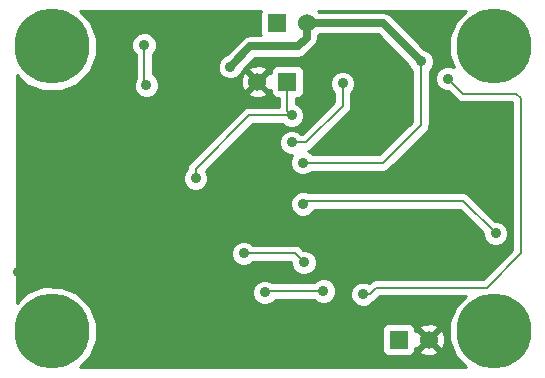
<source format=gbl>
G04 (created by PCBNEW-RS274X (2012-01-19 BZR 3256)-stable) date 12/6/2012 2:32:02 PM*
G01*
G70*
G90*
%MOIN*%
G04 Gerber Fmt 3.4, Leading zero omitted, Abs format*
%FSLAX34Y34*%
G04 APERTURE LIST*
%ADD10C,0.006000*%
%ADD11C,0.250000*%
%ADD12R,0.060000X0.060000*%
%ADD13C,0.060000*%
%ADD14C,0.035000*%
%ADD15C,0.008000*%
%ADD16C,0.025000*%
%ADD17C,0.010000*%
G04 APERTURE END LIST*
G54D10*
G54D11*
X73250Y-43500D03*
X73250Y-34000D03*
X58500Y-43500D03*
X58500Y-34000D03*
G54D12*
X66000Y-33225D03*
G54D13*
X67000Y-33225D03*
G54D12*
X66350Y-35170D03*
G54D13*
X65350Y-35170D03*
G54D12*
X70060Y-43770D03*
G54D13*
X71060Y-43770D03*
G54D14*
X73290Y-40230D03*
X66866Y-39249D03*
X67550Y-42150D03*
X65600Y-42200D03*
X66900Y-41200D03*
X64900Y-40900D03*
X68880Y-42260D03*
X66500Y-37200D03*
X68190Y-35230D03*
X71700Y-35070D03*
X66490Y-36300D03*
X63290Y-38390D03*
X61580Y-33950D03*
X61650Y-35290D03*
X66870Y-37870D03*
X70800Y-34500D03*
X64450Y-34670D03*
X63650Y-33300D03*
X58130Y-38760D03*
X65010Y-37650D03*
X62125Y-35672D03*
X66850Y-40480D03*
X69750Y-42600D03*
X59200Y-35750D03*
X73224Y-40821D03*
X58000Y-36000D03*
X57380Y-41510D03*
X62300Y-38900D03*
X57510Y-39290D03*
X67300Y-43350D03*
X62640Y-36330D03*
X63450Y-40900D03*
X72970Y-36670D03*
X68600Y-37300D03*
X68575Y-34325D03*
X59840Y-44510D03*
G54D15*
X72210Y-39150D02*
X73290Y-40230D01*
X66866Y-39249D02*
X66965Y-39150D01*
X66965Y-39150D02*
X72210Y-39150D01*
X65600Y-42200D02*
X65650Y-42150D01*
X65650Y-42150D02*
X67550Y-42150D01*
X66600Y-40900D02*
X64900Y-40900D01*
X66900Y-41200D02*
X66600Y-40900D01*
X73000Y-42040D02*
X69320Y-42040D01*
X69100Y-42260D02*
X68880Y-42260D01*
X69320Y-42040D02*
X69100Y-42260D01*
X71700Y-35070D02*
X72200Y-35570D01*
X74140Y-40900D02*
X73000Y-42040D01*
X74140Y-35730D02*
X74140Y-40900D01*
X73980Y-35570D02*
X74140Y-35730D01*
X72200Y-35570D02*
X73980Y-35570D01*
X66500Y-37200D02*
X66960Y-37200D01*
X66960Y-37200D02*
X68190Y-35970D01*
X68190Y-35970D02*
X68190Y-35230D01*
X66490Y-36300D02*
X66350Y-36160D01*
X63290Y-38080D02*
X65070Y-36300D01*
X66350Y-36160D02*
X66350Y-35170D01*
X63290Y-38390D02*
X63290Y-38080D01*
X65070Y-36300D02*
X66490Y-36300D01*
X61650Y-35290D02*
X61580Y-35220D01*
X61580Y-35220D02*
X61580Y-33950D01*
G54D16*
X66990Y-33710D02*
X66990Y-33235D01*
X66700Y-34000D02*
X66990Y-33710D01*
G54D15*
X66870Y-37870D02*
X66890Y-37890D01*
G54D16*
X69525Y-33225D02*
X70800Y-34500D01*
X66990Y-33235D02*
X67000Y-33225D01*
G54D15*
X70800Y-36630D02*
X70800Y-34500D01*
X66890Y-37890D02*
X69540Y-37890D01*
X69540Y-37890D02*
X70800Y-36630D01*
G54D16*
X64450Y-34670D02*
X65120Y-34000D01*
X65120Y-34000D02*
X66700Y-34000D01*
X67000Y-33225D02*
X69525Y-33225D01*
G54D15*
X73224Y-40821D02*
X73225Y-40821D01*
G54D10*
G36*
X73850Y-40780D02*
X73715Y-40915D01*
X73715Y-40315D01*
X73715Y-40146D01*
X73651Y-39990D01*
X73531Y-39870D01*
X73375Y-39805D01*
X73275Y-39805D01*
X72415Y-38945D01*
X72321Y-38882D01*
X72210Y-38860D01*
X67037Y-38860D01*
X66951Y-38824D01*
X66782Y-38824D01*
X66626Y-38888D01*
X66506Y-39008D01*
X66441Y-39164D01*
X66441Y-39333D01*
X66505Y-39489D01*
X66625Y-39609D01*
X66781Y-39674D01*
X66950Y-39674D01*
X67106Y-39610D01*
X67226Y-39490D01*
X67246Y-39440D01*
X72090Y-39440D01*
X72865Y-40215D01*
X72865Y-40314D01*
X72929Y-40470D01*
X73049Y-40590D01*
X73205Y-40655D01*
X73374Y-40655D01*
X73530Y-40591D01*
X73650Y-40471D01*
X73715Y-40315D01*
X73715Y-40915D01*
X72880Y-41750D01*
X69320Y-41750D01*
X69209Y-41772D01*
X69115Y-41835D01*
X69070Y-41879D01*
X68965Y-41835D01*
X68796Y-41835D01*
X68640Y-41899D01*
X68520Y-42019D01*
X68455Y-42175D01*
X68455Y-42344D01*
X68519Y-42500D01*
X68639Y-42620D01*
X68795Y-42685D01*
X68964Y-42685D01*
X69120Y-42621D01*
X69217Y-42523D01*
X69305Y-42465D01*
X69440Y-42330D01*
X72299Y-42330D01*
X71979Y-42649D01*
X71751Y-43200D01*
X71750Y-43797D01*
X71978Y-44348D01*
X72303Y-44675D01*
X71603Y-44675D01*
X71603Y-43849D01*
X71592Y-43636D01*
X71532Y-43489D01*
X71438Y-43462D01*
X71368Y-43532D01*
X71368Y-43392D01*
X71341Y-43298D01*
X71139Y-43227D01*
X70926Y-43238D01*
X70779Y-43298D01*
X70752Y-43392D01*
X71060Y-43699D01*
X71368Y-43392D01*
X71368Y-43532D01*
X71131Y-43770D01*
X71438Y-44078D01*
X71532Y-44051D01*
X71603Y-43849D01*
X71603Y-44675D01*
X71368Y-44675D01*
X71368Y-44148D01*
X71060Y-43841D01*
X70989Y-43911D01*
X70989Y-43770D01*
X70682Y-43462D01*
X70609Y-43482D01*
X70609Y-43421D01*
X70571Y-43329D01*
X70501Y-43259D01*
X70410Y-43221D01*
X70311Y-43221D01*
X69711Y-43221D01*
X69619Y-43259D01*
X69549Y-43329D01*
X69511Y-43420D01*
X69511Y-43519D01*
X69511Y-44119D01*
X69549Y-44211D01*
X69619Y-44281D01*
X69710Y-44319D01*
X69809Y-44319D01*
X70409Y-44319D01*
X70501Y-44281D01*
X70571Y-44211D01*
X70609Y-44120D01*
X70609Y-44057D01*
X70682Y-44078D01*
X70989Y-43770D01*
X70989Y-43911D01*
X70752Y-44148D01*
X70779Y-44242D01*
X70981Y-44313D01*
X71194Y-44302D01*
X71341Y-44242D01*
X71368Y-44148D01*
X71368Y-44675D01*
X67975Y-44675D01*
X67975Y-42235D01*
X67975Y-42066D01*
X67911Y-41910D01*
X67791Y-41790D01*
X67635Y-41725D01*
X67466Y-41725D01*
X67325Y-41782D01*
X67325Y-41285D01*
X67325Y-41116D01*
X67261Y-40960D01*
X67141Y-40840D01*
X66985Y-40775D01*
X66885Y-40775D01*
X66805Y-40695D01*
X66711Y-40632D01*
X66600Y-40610D01*
X65211Y-40610D01*
X65141Y-40540D01*
X64985Y-40475D01*
X64816Y-40475D01*
X64660Y-40539D01*
X64540Y-40659D01*
X64475Y-40815D01*
X64475Y-40984D01*
X64539Y-41140D01*
X64659Y-41260D01*
X64815Y-41325D01*
X64984Y-41325D01*
X65140Y-41261D01*
X65211Y-41190D01*
X66475Y-41190D01*
X66475Y-41284D01*
X66539Y-41440D01*
X66659Y-41560D01*
X66815Y-41625D01*
X66984Y-41625D01*
X67140Y-41561D01*
X67260Y-41441D01*
X67325Y-41285D01*
X67325Y-41782D01*
X67310Y-41789D01*
X67239Y-41860D01*
X65861Y-41860D01*
X65841Y-41840D01*
X65685Y-41775D01*
X65516Y-41775D01*
X65360Y-41839D01*
X65240Y-41959D01*
X65175Y-42115D01*
X65175Y-42284D01*
X65239Y-42440D01*
X65359Y-42560D01*
X65515Y-42625D01*
X65684Y-42625D01*
X65840Y-42561D01*
X65960Y-42441D01*
X65960Y-42440D01*
X67239Y-42440D01*
X67309Y-42510D01*
X67465Y-42575D01*
X67634Y-42575D01*
X67790Y-42511D01*
X67910Y-42391D01*
X67975Y-42235D01*
X67975Y-44675D01*
X62075Y-44675D01*
X62075Y-35375D01*
X62075Y-35206D01*
X62011Y-35050D01*
X61891Y-34930D01*
X61870Y-34921D01*
X61870Y-34261D01*
X61940Y-34191D01*
X62005Y-34035D01*
X62005Y-33866D01*
X61941Y-33710D01*
X61821Y-33590D01*
X61665Y-33525D01*
X61496Y-33525D01*
X61340Y-33589D01*
X61220Y-33709D01*
X61155Y-33865D01*
X61155Y-34034D01*
X61219Y-34190D01*
X61290Y-34261D01*
X61290Y-35049D01*
X61225Y-35205D01*
X61225Y-35374D01*
X61289Y-35530D01*
X61409Y-35650D01*
X61565Y-35715D01*
X61734Y-35715D01*
X61890Y-35651D01*
X62010Y-35531D01*
X62075Y-35375D01*
X62075Y-44675D01*
X59445Y-44675D01*
X59771Y-44351D01*
X59999Y-43800D01*
X60000Y-43203D01*
X59772Y-42652D01*
X59351Y-42229D01*
X58800Y-42001D01*
X58203Y-42000D01*
X57652Y-42228D01*
X57325Y-42553D01*
X57325Y-34945D01*
X57649Y-35271D01*
X58200Y-35499D01*
X58797Y-35500D01*
X59348Y-35272D01*
X59771Y-34851D01*
X59999Y-34300D01*
X60000Y-33703D01*
X59772Y-33152D01*
X59446Y-32825D01*
X65471Y-32825D01*
X65451Y-32875D01*
X65451Y-32974D01*
X65451Y-33574D01*
X65472Y-33625D01*
X65120Y-33625D01*
X64976Y-33654D01*
X64915Y-33694D01*
X64854Y-33735D01*
X64330Y-34259D01*
X64210Y-34309D01*
X64090Y-34429D01*
X64025Y-34585D01*
X64025Y-34754D01*
X64089Y-34910D01*
X64209Y-35030D01*
X64365Y-35095D01*
X64534Y-35095D01*
X64690Y-35031D01*
X64810Y-34911D01*
X64860Y-34789D01*
X65275Y-34375D01*
X66700Y-34375D01*
X66843Y-34346D01*
X66844Y-34346D01*
X66965Y-34265D01*
X67255Y-33975D01*
X67336Y-33854D01*
X67336Y-33853D01*
X67365Y-33710D01*
X67365Y-33636D01*
X67401Y-33600D01*
X69370Y-33600D01*
X70389Y-34619D01*
X70439Y-34740D01*
X70510Y-34811D01*
X70510Y-36510D01*
X69420Y-37600D01*
X67201Y-37600D01*
X67111Y-37510D01*
X67029Y-37476D01*
X67071Y-37468D01*
X67165Y-37405D01*
X68395Y-36175D01*
X68458Y-36081D01*
X68480Y-35970D01*
X68480Y-35541D01*
X68550Y-35471D01*
X68615Y-35315D01*
X68615Y-35146D01*
X68551Y-34990D01*
X68431Y-34870D01*
X68275Y-34805D01*
X68106Y-34805D01*
X67950Y-34869D01*
X67830Y-34989D01*
X67765Y-35145D01*
X67765Y-35314D01*
X67829Y-35470D01*
X67900Y-35541D01*
X67900Y-35850D01*
X66915Y-36835D01*
X66915Y-36385D01*
X66915Y-36216D01*
X66851Y-36060D01*
X66731Y-35940D01*
X66640Y-35902D01*
X66640Y-35719D01*
X66699Y-35719D01*
X66791Y-35681D01*
X66861Y-35611D01*
X66899Y-35520D01*
X66899Y-35421D01*
X66899Y-34821D01*
X66861Y-34729D01*
X66791Y-34659D01*
X66700Y-34621D01*
X66601Y-34621D01*
X66001Y-34621D01*
X65909Y-34659D01*
X65839Y-34729D01*
X65801Y-34820D01*
X65801Y-34882D01*
X65728Y-34862D01*
X65658Y-34932D01*
X65658Y-34792D01*
X65631Y-34698D01*
X65429Y-34627D01*
X65216Y-34638D01*
X65069Y-34698D01*
X65042Y-34792D01*
X65350Y-35099D01*
X65658Y-34792D01*
X65658Y-34932D01*
X65421Y-35170D01*
X65728Y-35478D01*
X65801Y-35457D01*
X65801Y-35519D01*
X65839Y-35611D01*
X65909Y-35681D01*
X66000Y-35719D01*
X66060Y-35719D01*
X66060Y-36010D01*
X65658Y-36010D01*
X65658Y-35548D01*
X65350Y-35241D01*
X65279Y-35311D01*
X65279Y-35170D01*
X64972Y-34862D01*
X64878Y-34889D01*
X64807Y-35091D01*
X64818Y-35304D01*
X64878Y-35451D01*
X64972Y-35478D01*
X65279Y-35170D01*
X65279Y-35311D01*
X65042Y-35548D01*
X65069Y-35642D01*
X65271Y-35713D01*
X65484Y-35702D01*
X65631Y-35642D01*
X65658Y-35548D01*
X65658Y-36010D01*
X65070Y-36010D01*
X64959Y-36032D01*
X64865Y-36095D01*
X63085Y-37875D01*
X63022Y-37969D01*
X63000Y-38078D01*
X62930Y-38149D01*
X62865Y-38305D01*
X62865Y-38474D01*
X62929Y-38630D01*
X63049Y-38750D01*
X63205Y-38815D01*
X63374Y-38815D01*
X63530Y-38751D01*
X63650Y-38631D01*
X63715Y-38475D01*
X63715Y-38306D01*
X63651Y-38150D01*
X63640Y-38139D01*
X65190Y-36590D01*
X66179Y-36590D01*
X66249Y-36660D01*
X66405Y-36725D01*
X66574Y-36725D01*
X66730Y-36661D01*
X66850Y-36541D01*
X66915Y-36385D01*
X66915Y-36835D01*
X66840Y-36910D01*
X66811Y-36910D01*
X66741Y-36840D01*
X66585Y-36775D01*
X66416Y-36775D01*
X66260Y-36839D01*
X66140Y-36959D01*
X66075Y-37115D01*
X66075Y-37284D01*
X66139Y-37440D01*
X66259Y-37560D01*
X66415Y-37625D01*
X66514Y-37625D01*
X66510Y-37629D01*
X66445Y-37785D01*
X66445Y-37954D01*
X66509Y-38110D01*
X66629Y-38230D01*
X66785Y-38295D01*
X66954Y-38295D01*
X67110Y-38231D01*
X67161Y-38180D01*
X69540Y-38180D01*
X69651Y-38158D01*
X69745Y-38095D01*
X71004Y-36836D01*
X71004Y-36835D01*
X71005Y-36835D01*
X71067Y-36742D01*
X71068Y-36741D01*
X71089Y-36631D01*
X71090Y-36630D01*
X71090Y-34811D01*
X71160Y-34741D01*
X71225Y-34585D01*
X71225Y-34416D01*
X71161Y-34260D01*
X71041Y-34140D01*
X70919Y-34089D01*
X69790Y-32960D01*
X69669Y-32879D01*
X69525Y-32850D01*
X67401Y-32850D01*
X67376Y-32825D01*
X72304Y-32825D01*
X71979Y-33149D01*
X71751Y-33700D01*
X71750Y-34297D01*
X71916Y-34699D01*
X71785Y-34645D01*
X71616Y-34645D01*
X71460Y-34709D01*
X71340Y-34829D01*
X71275Y-34985D01*
X71275Y-35154D01*
X71339Y-35310D01*
X71459Y-35430D01*
X71615Y-35495D01*
X71715Y-35495D01*
X71995Y-35775D01*
X72089Y-35838D01*
X72200Y-35860D01*
X73850Y-35860D01*
X73850Y-40780D01*
X73850Y-40780D01*
G37*
G54D17*
X73850Y-40780D02*
X73715Y-40915D01*
X73715Y-40315D01*
X73715Y-40146D01*
X73651Y-39990D01*
X73531Y-39870D01*
X73375Y-39805D01*
X73275Y-39805D01*
X72415Y-38945D01*
X72321Y-38882D01*
X72210Y-38860D01*
X67037Y-38860D01*
X66951Y-38824D01*
X66782Y-38824D01*
X66626Y-38888D01*
X66506Y-39008D01*
X66441Y-39164D01*
X66441Y-39333D01*
X66505Y-39489D01*
X66625Y-39609D01*
X66781Y-39674D01*
X66950Y-39674D01*
X67106Y-39610D01*
X67226Y-39490D01*
X67246Y-39440D01*
X72090Y-39440D01*
X72865Y-40215D01*
X72865Y-40314D01*
X72929Y-40470D01*
X73049Y-40590D01*
X73205Y-40655D01*
X73374Y-40655D01*
X73530Y-40591D01*
X73650Y-40471D01*
X73715Y-40315D01*
X73715Y-40915D01*
X72880Y-41750D01*
X69320Y-41750D01*
X69209Y-41772D01*
X69115Y-41835D01*
X69070Y-41879D01*
X68965Y-41835D01*
X68796Y-41835D01*
X68640Y-41899D01*
X68520Y-42019D01*
X68455Y-42175D01*
X68455Y-42344D01*
X68519Y-42500D01*
X68639Y-42620D01*
X68795Y-42685D01*
X68964Y-42685D01*
X69120Y-42621D01*
X69217Y-42523D01*
X69305Y-42465D01*
X69440Y-42330D01*
X72299Y-42330D01*
X71979Y-42649D01*
X71751Y-43200D01*
X71750Y-43797D01*
X71978Y-44348D01*
X72303Y-44675D01*
X71603Y-44675D01*
X71603Y-43849D01*
X71592Y-43636D01*
X71532Y-43489D01*
X71438Y-43462D01*
X71368Y-43532D01*
X71368Y-43392D01*
X71341Y-43298D01*
X71139Y-43227D01*
X70926Y-43238D01*
X70779Y-43298D01*
X70752Y-43392D01*
X71060Y-43699D01*
X71368Y-43392D01*
X71368Y-43532D01*
X71131Y-43770D01*
X71438Y-44078D01*
X71532Y-44051D01*
X71603Y-43849D01*
X71603Y-44675D01*
X71368Y-44675D01*
X71368Y-44148D01*
X71060Y-43841D01*
X70989Y-43911D01*
X70989Y-43770D01*
X70682Y-43462D01*
X70609Y-43482D01*
X70609Y-43421D01*
X70571Y-43329D01*
X70501Y-43259D01*
X70410Y-43221D01*
X70311Y-43221D01*
X69711Y-43221D01*
X69619Y-43259D01*
X69549Y-43329D01*
X69511Y-43420D01*
X69511Y-43519D01*
X69511Y-44119D01*
X69549Y-44211D01*
X69619Y-44281D01*
X69710Y-44319D01*
X69809Y-44319D01*
X70409Y-44319D01*
X70501Y-44281D01*
X70571Y-44211D01*
X70609Y-44120D01*
X70609Y-44057D01*
X70682Y-44078D01*
X70989Y-43770D01*
X70989Y-43911D01*
X70752Y-44148D01*
X70779Y-44242D01*
X70981Y-44313D01*
X71194Y-44302D01*
X71341Y-44242D01*
X71368Y-44148D01*
X71368Y-44675D01*
X67975Y-44675D01*
X67975Y-42235D01*
X67975Y-42066D01*
X67911Y-41910D01*
X67791Y-41790D01*
X67635Y-41725D01*
X67466Y-41725D01*
X67325Y-41782D01*
X67325Y-41285D01*
X67325Y-41116D01*
X67261Y-40960D01*
X67141Y-40840D01*
X66985Y-40775D01*
X66885Y-40775D01*
X66805Y-40695D01*
X66711Y-40632D01*
X66600Y-40610D01*
X65211Y-40610D01*
X65141Y-40540D01*
X64985Y-40475D01*
X64816Y-40475D01*
X64660Y-40539D01*
X64540Y-40659D01*
X64475Y-40815D01*
X64475Y-40984D01*
X64539Y-41140D01*
X64659Y-41260D01*
X64815Y-41325D01*
X64984Y-41325D01*
X65140Y-41261D01*
X65211Y-41190D01*
X66475Y-41190D01*
X66475Y-41284D01*
X66539Y-41440D01*
X66659Y-41560D01*
X66815Y-41625D01*
X66984Y-41625D01*
X67140Y-41561D01*
X67260Y-41441D01*
X67325Y-41285D01*
X67325Y-41782D01*
X67310Y-41789D01*
X67239Y-41860D01*
X65861Y-41860D01*
X65841Y-41840D01*
X65685Y-41775D01*
X65516Y-41775D01*
X65360Y-41839D01*
X65240Y-41959D01*
X65175Y-42115D01*
X65175Y-42284D01*
X65239Y-42440D01*
X65359Y-42560D01*
X65515Y-42625D01*
X65684Y-42625D01*
X65840Y-42561D01*
X65960Y-42441D01*
X65960Y-42440D01*
X67239Y-42440D01*
X67309Y-42510D01*
X67465Y-42575D01*
X67634Y-42575D01*
X67790Y-42511D01*
X67910Y-42391D01*
X67975Y-42235D01*
X67975Y-44675D01*
X62075Y-44675D01*
X62075Y-35375D01*
X62075Y-35206D01*
X62011Y-35050D01*
X61891Y-34930D01*
X61870Y-34921D01*
X61870Y-34261D01*
X61940Y-34191D01*
X62005Y-34035D01*
X62005Y-33866D01*
X61941Y-33710D01*
X61821Y-33590D01*
X61665Y-33525D01*
X61496Y-33525D01*
X61340Y-33589D01*
X61220Y-33709D01*
X61155Y-33865D01*
X61155Y-34034D01*
X61219Y-34190D01*
X61290Y-34261D01*
X61290Y-35049D01*
X61225Y-35205D01*
X61225Y-35374D01*
X61289Y-35530D01*
X61409Y-35650D01*
X61565Y-35715D01*
X61734Y-35715D01*
X61890Y-35651D01*
X62010Y-35531D01*
X62075Y-35375D01*
X62075Y-44675D01*
X59445Y-44675D01*
X59771Y-44351D01*
X59999Y-43800D01*
X60000Y-43203D01*
X59772Y-42652D01*
X59351Y-42229D01*
X58800Y-42001D01*
X58203Y-42000D01*
X57652Y-42228D01*
X57325Y-42553D01*
X57325Y-34945D01*
X57649Y-35271D01*
X58200Y-35499D01*
X58797Y-35500D01*
X59348Y-35272D01*
X59771Y-34851D01*
X59999Y-34300D01*
X60000Y-33703D01*
X59772Y-33152D01*
X59446Y-32825D01*
X65471Y-32825D01*
X65451Y-32875D01*
X65451Y-32974D01*
X65451Y-33574D01*
X65472Y-33625D01*
X65120Y-33625D01*
X64976Y-33654D01*
X64915Y-33694D01*
X64854Y-33735D01*
X64330Y-34259D01*
X64210Y-34309D01*
X64090Y-34429D01*
X64025Y-34585D01*
X64025Y-34754D01*
X64089Y-34910D01*
X64209Y-35030D01*
X64365Y-35095D01*
X64534Y-35095D01*
X64690Y-35031D01*
X64810Y-34911D01*
X64860Y-34789D01*
X65275Y-34375D01*
X66700Y-34375D01*
X66843Y-34346D01*
X66844Y-34346D01*
X66965Y-34265D01*
X67255Y-33975D01*
X67336Y-33854D01*
X67336Y-33853D01*
X67365Y-33710D01*
X67365Y-33636D01*
X67401Y-33600D01*
X69370Y-33600D01*
X70389Y-34619D01*
X70439Y-34740D01*
X70510Y-34811D01*
X70510Y-36510D01*
X69420Y-37600D01*
X67201Y-37600D01*
X67111Y-37510D01*
X67029Y-37476D01*
X67071Y-37468D01*
X67165Y-37405D01*
X68395Y-36175D01*
X68458Y-36081D01*
X68480Y-35970D01*
X68480Y-35541D01*
X68550Y-35471D01*
X68615Y-35315D01*
X68615Y-35146D01*
X68551Y-34990D01*
X68431Y-34870D01*
X68275Y-34805D01*
X68106Y-34805D01*
X67950Y-34869D01*
X67830Y-34989D01*
X67765Y-35145D01*
X67765Y-35314D01*
X67829Y-35470D01*
X67900Y-35541D01*
X67900Y-35850D01*
X66915Y-36835D01*
X66915Y-36385D01*
X66915Y-36216D01*
X66851Y-36060D01*
X66731Y-35940D01*
X66640Y-35902D01*
X66640Y-35719D01*
X66699Y-35719D01*
X66791Y-35681D01*
X66861Y-35611D01*
X66899Y-35520D01*
X66899Y-35421D01*
X66899Y-34821D01*
X66861Y-34729D01*
X66791Y-34659D01*
X66700Y-34621D01*
X66601Y-34621D01*
X66001Y-34621D01*
X65909Y-34659D01*
X65839Y-34729D01*
X65801Y-34820D01*
X65801Y-34882D01*
X65728Y-34862D01*
X65658Y-34932D01*
X65658Y-34792D01*
X65631Y-34698D01*
X65429Y-34627D01*
X65216Y-34638D01*
X65069Y-34698D01*
X65042Y-34792D01*
X65350Y-35099D01*
X65658Y-34792D01*
X65658Y-34932D01*
X65421Y-35170D01*
X65728Y-35478D01*
X65801Y-35457D01*
X65801Y-35519D01*
X65839Y-35611D01*
X65909Y-35681D01*
X66000Y-35719D01*
X66060Y-35719D01*
X66060Y-36010D01*
X65658Y-36010D01*
X65658Y-35548D01*
X65350Y-35241D01*
X65279Y-35311D01*
X65279Y-35170D01*
X64972Y-34862D01*
X64878Y-34889D01*
X64807Y-35091D01*
X64818Y-35304D01*
X64878Y-35451D01*
X64972Y-35478D01*
X65279Y-35170D01*
X65279Y-35311D01*
X65042Y-35548D01*
X65069Y-35642D01*
X65271Y-35713D01*
X65484Y-35702D01*
X65631Y-35642D01*
X65658Y-35548D01*
X65658Y-36010D01*
X65070Y-36010D01*
X64959Y-36032D01*
X64865Y-36095D01*
X63085Y-37875D01*
X63022Y-37969D01*
X63000Y-38078D01*
X62930Y-38149D01*
X62865Y-38305D01*
X62865Y-38474D01*
X62929Y-38630D01*
X63049Y-38750D01*
X63205Y-38815D01*
X63374Y-38815D01*
X63530Y-38751D01*
X63650Y-38631D01*
X63715Y-38475D01*
X63715Y-38306D01*
X63651Y-38150D01*
X63640Y-38139D01*
X65190Y-36590D01*
X66179Y-36590D01*
X66249Y-36660D01*
X66405Y-36725D01*
X66574Y-36725D01*
X66730Y-36661D01*
X66850Y-36541D01*
X66915Y-36385D01*
X66915Y-36835D01*
X66840Y-36910D01*
X66811Y-36910D01*
X66741Y-36840D01*
X66585Y-36775D01*
X66416Y-36775D01*
X66260Y-36839D01*
X66140Y-36959D01*
X66075Y-37115D01*
X66075Y-37284D01*
X66139Y-37440D01*
X66259Y-37560D01*
X66415Y-37625D01*
X66514Y-37625D01*
X66510Y-37629D01*
X66445Y-37785D01*
X66445Y-37954D01*
X66509Y-38110D01*
X66629Y-38230D01*
X66785Y-38295D01*
X66954Y-38295D01*
X67110Y-38231D01*
X67161Y-38180D01*
X69540Y-38180D01*
X69651Y-38158D01*
X69745Y-38095D01*
X71004Y-36836D01*
X71004Y-36835D01*
X71005Y-36835D01*
X71067Y-36742D01*
X71068Y-36741D01*
X71089Y-36631D01*
X71090Y-36630D01*
X71090Y-34811D01*
X71160Y-34741D01*
X71225Y-34585D01*
X71225Y-34416D01*
X71161Y-34260D01*
X71041Y-34140D01*
X70919Y-34089D01*
X69790Y-32960D01*
X69669Y-32879D01*
X69525Y-32850D01*
X67401Y-32850D01*
X67376Y-32825D01*
X72304Y-32825D01*
X71979Y-33149D01*
X71751Y-33700D01*
X71750Y-34297D01*
X71916Y-34699D01*
X71785Y-34645D01*
X71616Y-34645D01*
X71460Y-34709D01*
X71340Y-34829D01*
X71275Y-34985D01*
X71275Y-35154D01*
X71339Y-35310D01*
X71459Y-35430D01*
X71615Y-35495D01*
X71715Y-35495D01*
X71995Y-35775D01*
X72089Y-35838D01*
X72200Y-35860D01*
X73850Y-35860D01*
X73850Y-40780D01*
M02*

</source>
